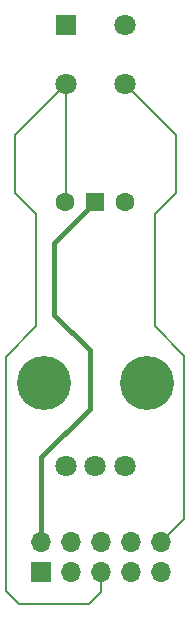
<source format=gbr>
%TF.GenerationSoftware,KiCad,Pcbnew,8.0.3*%
%TF.CreationDate,2025-02-14T11:31:19+01:00*%
%TF.ProjectId,RC,52432e6b-6963-4616-945f-706362585858,rev?*%
%TF.SameCoordinates,Original*%
%TF.FileFunction,Copper,L2,Bot*%
%TF.FilePolarity,Positive*%
%FSLAX46Y46*%
G04 Gerber Fmt 4.6, Leading zero omitted, Abs format (unit mm)*
G04 Created by KiCad (PCBNEW 8.0.3) date 2025-02-14 11:31:19*
%MOMM*%
%LPD*%
G01*
G04 APERTURE LIST*
%TA.AperFunction,ComponentPad*%
%ADD10R,1.800000X1.800000*%
%TD*%
%TA.AperFunction,ComponentPad*%
%ADD11C,1.800000*%
%TD*%
%TA.AperFunction,ComponentPad*%
%ADD12R,1.700000X1.700000*%
%TD*%
%TA.AperFunction,ComponentPad*%
%ADD13O,1.700000X1.700000*%
%TD*%
%TA.AperFunction,ComponentPad*%
%ADD14R,1.500000X1.500000*%
%TD*%
%TA.AperFunction,ComponentPad*%
%ADD15C,1.600000*%
%TD*%
%TA.AperFunction,ComponentPad*%
%ADD16C,4.575000*%
%TD*%
%TA.AperFunction,Conductor*%
%ADD17C,0.200000*%
%TD*%
%TA.AperFunction,Conductor*%
%ADD18C,0.400000*%
%TD*%
G04 APERTURE END LIST*
D10*
%TO.P,SW1,1,1*%
%TO.N,unconnected-(SW1-Pad1)*%
X147000000Y-74990000D03*
D11*
%TO.P,SW1,2,2*%
%TO.N,unconnected-(SW1-Pad2)*%
X152000000Y-74990000D03*
%TO.P,SW1,3,3*%
%TO.N,Net-(J1-Pin_5)*%
X147000000Y-79990000D03*
%TO.P,SW1,4,4*%
%TO.N,Net-(J1-Pin_10)*%
X152000000Y-79990000D03*
%TD*%
D12*
%TO.P,J1,1,Pin_1*%
%TO.N,Net-(J1-Pin_1)*%
X144925000Y-121275000D03*
D13*
%TO.P,J1,2,Pin_2*%
%TO.N,Net-(J1-Pin_2)*%
X144925000Y-118735000D03*
%TO.P,J1,3,Pin_3*%
%TO.N,unconnected-(J1-Pin_3-Pad3)*%
X147465000Y-121275000D03*
%TO.P,J1,4,Pin_4*%
%TO.N,unconnected-(J1-Pin_4-Pad4)*%
X147465000Y-118735000D03*
%TO.P,J1,5,Pin_5*%
%TO.N,Net-(J1-Pin_5)*%
X150005000Y-121275000D03*
%TO.P,J1,6,Pin_6*%
%TO.N,unconnected-(J1-Pin_6-Pad6)*%
X150005000Y-118735000D03*
%TO.P,J1,7,Pin_7*%
%TO.N,unconnected-(J1-Pin_7-Pad7)*%
X152545000Y-121275000D03*
%TO.P,J1,8,Pin_8*%
%TO.N,unconnected-(J1-Pin_8-Pad8)*%
X152545000Y-118735000D03*
%TO.P,J1,9,Pin_9*%
%TO.N,Net-(J1-Pin_9)*%
X155085000Y-121275000D03*
%TO.P,J1,10,Pin_10*%
%TO.N,Net-(J1-Pin_10)*%
X155085000Y-118735000D03*
%TD*%
D14*
%TO.P,SW2,1,B*%
%TO.N,Net-(J1-Pin_2)*%
X149460000Y-90000000D03*
D15*
%TO.P,SW2,2,C*%
%TO.N,Net-(J1-Pin_5)*%
X146920000Y-90000000D03*
%TO.P,SW2,3,A*%
%TO.N,unconnected-(SW2-A-Pad3)*%
X152000000Y-90000000D03*
%TD*%
D11*
%TO.P,VR1,1,CCW*%
%TO.N,unconnected-(VR1-CCW-Pad1)*%
X147000000Y-112325000D03*
%TO.P,VR1,2,WIPER*%
%TO.N,Net-(J1-Pin_1)*%
X149500000Y-112325000D03*
%TO.P,VR1,3,CW*%
%TO.N,Net-(J1-Pin_9)*%
X152000000Y-112325000D03*
D16*
%TO.P,VR1,MH1,MH1*%
%TO.N,unconnected-(VR1-PadMH1)*%
X145100000Y-105325000D03*
%TO.P,VR1,MH2,MH2*%
%TO.N,unconnected-(VR1-PadMH2)*%
X153900000Y-105325000D03*
%TD*%
D17*
%TO.N,Net-(J1-Pin_10)*%
X156300000Y-84300000D02*
X152000000Y-80000000D01*
X157000000Y-103000000D02*
X154500000Y-100500000D01*
X156300000Y-89200000D02*
X156300000Y-84300000D01*
X155085000Y-118735000D02*
X157000000Y-116820000D01*
X157000000Y-116820000D02*
X157000000Y-103000000D01*
X154500000Y-100500000D02*
X154500000Y-91000000D01*
X154500000Y-91000000D02*
X156300000Y-89200000D01*
%TO.N,Net-(J1-Pin_5)*%
X144500000Y-91000000D02*
X142700000Y-89200000D01*
X150005000Y-121275000D02*
X150005000Y-122940000D01*
X150005000Y-122940000D02*
X148945000Y-124000000D01*
X142700000Y-84300000D02*
X147000000Y-80000000D01*
X141900000Y-122900000D02*
X141900000Y-103100000D01*
X147000000Y-80000000D02*
X147000000Y-89920000D01*
X147000000Y-89920000D02*
X146920000Y-90000000D01*
X144500000Y-100500000D02*
X144500000Y-91000000D01*
X142700000Y-89200000D02*
X142700000Y-84300000D01*
X148945000Y-124000000D02*
X143000000Y-124000000D01*
X141900000Y-103100000D02*
X144500000Y-100500000D01*
X143000000Y-124000000D02*
X141900000Y-122900000D01*
D18*
%TO.N,Net-(J1-Pin_2)*%
X149460000Y-90000000D02*
X146000000Y-93460000D01*
X149000000Y-102500000D02*
X149000000Y-107500000D01*
X146000000Y-93460000D02*
X146000000Y-99500000D01*
X144925000Y-111575000D02*
X144925000Y-118735000D01*
X146000000Y-99500000D02*
X149000000Y-102500000D01*
X149000000Y-107500000D02*
X144925000Y-111575000D01*
%TD*%
M02*

</source>
